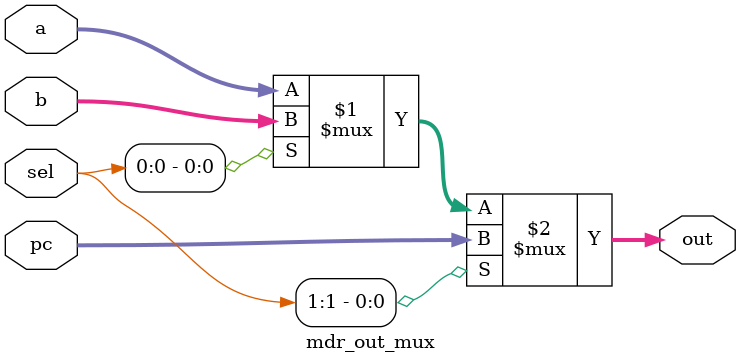
<source format=v>
module mdr_out_mux(
	input [15:0] a,
	input [15:0] b,
	input [15:0] pc,
	input [1:0] sel,
	output [15:0] out
);

assign out = sel[1] ? pc : (sel[0] ? b : a);

endmodule

</source>
